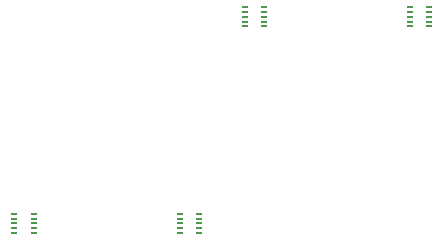
<source format=gtp>
G04 #@! TF.GenerationSoftware,KiCad,Pcbnew,5.0.2-bee76a0~70~ubuntu18.04.1*
G04 #@! TF.CreationDate,2019-09-04T02:04:56+02:00*
G04 #@! TF.ProjectId,upper_Sensor,75707065-725f-4536-956e-736f722e6b69,rev?*
G04 #@! TF.SameCoordinates,Original*
G04 #@! TF.FileFunction,Paste,Top*
G04 #@! TF.FilePolarity,Positive*
%FSLAX46Y46*%
G04 Gerber Fmt 4.6, Leading zero omitted, Abs format (unit mm)*
G04 Created by KiCad (PCBNEW 5.0.2-bee76a0~70~ubuntu18.04.1) date Mi 04 Sep 2019 02:04:56 CEST*
%MOMM*%
%LPD*%
G01*
G04 APERTURE LIST*
%ADD10R,0.630000X0.230000*%
%ADD11C,0.150000*%
G04 APERTURE END LIST*
D10*
G04 #@! TO.C,J12*
X121675000Y-63300000D03*
X123325000Y-63300000D03*
X121675000Y-62900000D03*
X123325000Y-62900000D03*
X121675000Y-62500000D03*
X123325000Y-62500000D03*
X121675000Y-62100000D03*
X123325000Y-62100000D03*
X121675000Y-61700000D03*
X123325000Y-61700000D03*
G04 #@! TD*
G04 #@! TO.C,J11*
X135675000Y-63300000D03*
X137325000Y-63300000D03*
X135675000Y-62900000D03*
X137325000Y-62900000D03*
X135675000Y-62500000D03*
X137325000Y-62500000D03*
X135675000Y-62100000D03*
X137325000Y-62100000D03*
X135675000Y-61700000D03*
X137325000Y-61700000D03*
G04 #@! TD*
D11*
G04 #@! TO.C,REF\002A\002A*
X129610000Y-61747000D03*
X129830000Y-61747000D03*
X129170000Y-61747000D03*
X128747000Y-62830000D03*
X128747000Y-61950000D03*
X128747000Y-62390000D03*
X129610000Y-63253000D03*
X129170000Y-63253000D03*
X130050000Y-63253000D03*
X130253000Y-62390000D03*
X130253000Y-62830000D03*
X130253000Y-61950000D03*
G04 #@! TD*
D10*
G04 #@! TO.C,J12*
X103825000Y-79200000D03*
X102175000Y-79200000D03*
X103825000Y-79600000D03*
X102175000Y-79600000D03*
X103825000Y-80000000D03*
X102175000Y-80000000D03*
X103825000Y-80400000D03*
X102175000Y-80400000D03*
X103825000Y-80800000D03*
X102175000Y-80800000D03*
G04 #@! TD*
G04 #@! TO.C,J11*
X117825000Y-79200000D03*
X116175000Y-79200000D03*
X117825000Y-79600000D03*
X116175000Y-79600000D03*
X117825000Y-80000000D03*
X116175000Y-80000000D03*
X117825000Y-80400000D03*
X116175000Y-80400000D03*
X117825000Y-80800000D03*
X116175000Y-80800000D03*
G04 #@! TD*
D11*
G04 #@! TO.C,REF\002A\002A*
X110753000Y-79450000D03*
X110753000Y-80330000D03*
X110753000Y-79890000D03*
X110550000Y-80753000D03*
X109670000Y-80753000D03*
X110110000Y-80753000D03*
X109247000Y-79890000D03*
X109247000Y-79450000D03*
X109247000Y-80330000D03*
X109670000Y-79247000D03*
X110330000Y-79247000D03*
X110110000Y-79247000D03*
G04 #@! TD*
M02*

</source>
